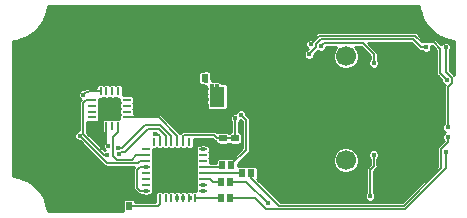
<source format=gbr>
G04 #@! TF.GenerationSoftware,KiCad,Pcbnew,5.0.1-33cea8e~68~ubuntu16.04.1*
G04 #@! TF.CreationDate,2018-10-31T23:40:33-04:00*
G04 #@! TF.ProjectId,motor controller,6D6F746F7220636F6E74726F6C6C6572,rev?*
G04 #@! TF.SameCoordinates,Original*
G04 #@! TF.FileFunction,Copper,L2,Bot,Signal*
G04 #@! TF.FilePolarity,Positive*
%FSLAX46Y46*%
G04 Gerber Fmt 4.6, Leading zero omitted, Abs format (unit mm)*
G04 Created by KiCad (PCBNEW 5.0.1-33cea8e~68~ubuntu16.04.1) date Wed 31 Oct 2018 11:40:33 PM EDT*
%MOMM*%
%LPD*%
G01*
G04 APERTURE LIST*
G04 #@! TA.AperFunction,SMDPad,CuDef*
%ADD10R,0.250000X0.700000*%
G04 #@! TD*
G04 #@! TA.AperFunction,SMDPad,CuDef*
%ADD11R,0.700000X0.250000*%
G04 #@! TD*
G04 #@! TA.AperFunction,SMDPad,CuDef*
%ADD12R,1.700000X1.700000*%
G04 #@! TD*
G04 #@! TA.AperFunction,SMDPad,CuDef*
%ADD13R,3.450000X3.450000*%
G04 #@! TD*
G04 #@! TA.AperFunction,ComponentPad*
%ADD14C,1.700000*%
G04 #@! TD*
G04 #@! TA.AperFunction,SMDPad,CuDef*
%ADD15R,0.650000X0.575000*%
G04 #@! TD*
G04 #@! TA.AperFunction,SMDPad,CuDef*
%ADD16R,1.220000X1.800000*%
G04 #@! TD*
G04 #@! TA.AperFunction,SMDPad,CuDef*
%ADD17R,0.575000X0.650000*%
G04 #@! TD*
G04 #@! TA.AperFunction,ViaPad*
%ADD18C,0.410000*%
G04 #@! TD*
G04 #@! TA.AperFunction,Conductor*
%ADD19C,0.150000*%
G04 #@! TD*
G04 #@! TA.AperFunction,Conductor*
%ADD20C,0.254000*%
G04 #@! TD*
G04 APERTURE END LIST*
D10*
G04 #@! TO.P,IC1,16*
G04 #@! TO.N,N/C*
X9250000Y-7550000D03*
G04 #@! TO.P,IC1,15*
X8750000Y-7550000D03*
G04 #@! TO.P,IC1,14*
X8250000Y-7550000D03*
G04 #@! TO.P,IC1,13*
G04 #@! TO.N,+3V3*
X7750000Y-7550000D03*
D11*
G04 #@! TO.P,IC1,12*
G04 #@! TO.N,SCK*
X7050000Y-8250000D03*
G04 #@! TO.P,IC1,11*
G04 #@! TO.N,N/C*
X7050000Y-8750000D03*
G04 #@! TO.P,IC1,10*
X7050000Y-9250000D03*
G04 #@! TO.P,IC1,9*
X7050000Y-9750000D03*
D10*
G04 #@! TO.P,IC1,8*
G04 #@! TO.N,GND*
X7750000Y-10450000D03*
G04 #@! TO.P,IC1,7*
G04 #@! TO.N,MISO*
X8250000Y-10450000D03*
G04 #@! TO.P,IC1,6*
G04 #@! TO.N,N/C*
X8750000Y-10450000D03*
G04 #@! TO.P,IC1,5*
G04 #@! TO.N,ENC_CS*
X9250000Y-10450000D03*
D11*
G04 #@! TO.P,IC1,4*
G04 #@! TO.N,MOSI*
X9950000Y-9750000D03*
G04 #@! TO.P,IC1,3*
G04 #@! TO.N,N/C*
X9950000Y-9250000D03*
G04 #@! TO.P,IC1,2*
X9950000Y-8750000D03*
G04 #@! TO.P,IC1,1*
X9950000Y-8250000D03*
D12*
G04 #@! TO.P,IC1,17*
G04 #@! TO.N,GND*
X8500000Y-9000000D03*
G04 #@! TD*
D11*
G04 #@! TO.P,U1,1*
G04 #@! TO.N,+3V3*
X11600000Y-15950000D03*
G04 #@! TO.P,U1,2*
G04 #@! TO.N,N/C*
X11600000Y-15450000D03*
G04 #@! TO.P,U1,3*
X11600000Y-14950000D03*
G04 #@! TO.P,U1,4*
X11600000Y-14450000D03*
G04 #@! TO.P,U1,5*
G04 #@! TO.N,+3V3*
X11600000Y-13950000D03*
G04 #@! TO.P,U1,6*
G04 #@! TO.N,signaling*
X11600000Y-13450000D03*
G04 #@! TO.P,U1,7*
G04 #@! TO.N,ENC_CS*
X11600000Y-12950000D03*
G04 #@! TO.P,U1,8*
G04 #@! TO.N,N/C*
X11600000Y-12450000D03*
D10*
G04 #@! TO.P,U1,9*
X12250000Y-11800000D03*
G04 #@! TO.P,U1,10*
G04 #@! TO.N,CS*
X12750000Y-11800000D03*
G04 #@! TO.P,U1,11*
G04 #@! TO.N,SCK*
X13250000Y-11800000D03*
G04 #@! TO.P,U1,12*
G04 #@! TO.N,MISO*
X13750000Y-11800000D03*
G04 #@! TO.P,U1,13*
G04 #@! TO.N,MOSI*
X14250000Y-11800000D03*
G04 #@! TO.P,U1,14*
G04 #@! TO.N,FB*
X14750000Y-11800000D03*
G04 #@! TO.P,U1,15*
G04 #@! TO.N,N/C*
X15250000Y-11800000D03*
G04 #@! TO.P,U1,16*
G04 #@! TO.N,GND*
X15750000Y-11800000D03*
D11*
G04 #@! TO.P,U1,17*
G04 #@! TO.N,+3V3*
X16400000Y-12450000D03*
G04 #@! TO.P,U1,18*
G04 #@! TO.N,N/C*
X16400000Y-12950000D03*
G04 #@! TO.P,U1,19*
X16400000Y-13450000D03*
G04 #@! TO.P,U1,20*
G04 #@! TO.N,D2*
X16400000Y-13950000D03*
G04 #@! TO.P,U1,21*
G04 #@! TO.N,IN1*
X16400000Y-14450000D03*
G04 #@! TO.P,U1,22*
G04 #@! TO.N,D1*
X16400000Y-14950000D03*
G04 #@! TO.P,U1,23*
G04 #@! TO.N,SWDIO*
X16400000Y-15450000D03*
G04 #@! TO.P,U1,24*
G04 #@! TO.N,SWCLK*
X16400000Y-15950000D03*
D10*
G04 #@! TO.P,U1,25*
G04 #@! TO.N,IN2*
X15750000Y-16600000D03*
G04 #@! TO.P,U1,26*
G04 #@! TO.N,CommsSCK*
X15250000Y-16600000D03*
G04 #@! TO.P,U1,27*
G04 #@! TO.N,CommsMISO*
X14750000Y-16600000D03*
G04 #@! TO.P,U1,28*
G04 #@! TO.N,CommsMOSI*
X14250000Y-16600000D03*
G04 #@! TO.P,U1,29*
G04 #@! TO.N,N/C*
X13750000Y-16600000D03*
G04 #@! TO.P,U1,30*
X13250000Y-16600000D03*
G04 #@! TO.P,U1,31*
G04 #@! TO.N,Net-(R1-Pad1)*
X12750000Y-16600000D03*
G04 #@! TO.P,U1,32*
G04 #@! TO.N,GND*
X12250000Y-16600000D03*
D13*
G04 #@! TO.P,U1,33*
X14000000Y-14200000D03*
G04 #@! TD*
D14*
G04 #@! TO.P,M1,1*
G04 #@! TO.N,OUT2*
X28500000Y-13370000D03*
G04 #@! TO.P,M1,2*
G04 #@! TO.N,OUT1*
X28500000Y-4570000D03*
G04 #@! TD*
D15*
G04 #@! TO.P,C5,2*
G04 #@! TO.N,GND*
X18120000Y-12275000D03*
G04 #@! TO.P,C5,1*
G04 #@! TO.N,FB*
X18120000Y-11500000D03*
G04 #@! TD*
D16*
G04 #@! TO.P,C7,2*
G04 #@! TO.N,GND*
X14770000Y-8000000D03*
G04 #@! TO.P,C7,1*
G04 #@! TO.N,+BATT*
X17630000Y-8000000D03*
G04 #@! TD*
D17*
G04 #@! TO.P,R1,2*
G04 #@! TO.N,GND*
X9385000Y-17230000D03*
G04 #@! TO.P,R1,1*
G04 #@! TO.N,Net-(R1-Pad1)*
X10160000Y-17230000D03*
G04 #@! TD*
D15*
G04 #@! TO.P,R4,1*
G04 #@! TO.N,FB*
X19150000Y-11502500D03*
G04 #@! TO.P,R4,2*
G04 #@! TO.N,GND*
X19150000Y-12277500D03*
G04 #@! TD*
D17*
G04 #@! TO.P,R5,1*
G04 #@! TO.N,Net-(IC2-Pad1)*
X18680000Y-16600000D03*
G04 #@! TO.P,R5,2*
G04 #@! TO.N,IN2*
X17905000Y-16600000D03*
G04 #@! TD*
G04 #@! TO.P,R6,2*
G04 #@! TO.N,IN1*
X19752500Y-14430000D03*
G04 #@! TO.P,R6,1*
G04 #@! TO.N,Net-(IC2-Pad2)*
X20527500Y-14430000D03*
G04 #@! TD*
G04 #@! TO.P,R8,2*
G04 #@! TO.N,Net-(IC2-Pad26)*
X18747500Y-15220000D03*
G04 #@! TO.P,R8,1*
G04 #@! TO.N,D1*
X17972500Y-15220000D03*
G04 #@! TD*
G04 #@! TO.P,R9,1*
G04 #@! TO.N,Net-(IC2-Pad16)*
X18830000Y-13770000D03*
G04 #@! TO.P,R9,2*
G04 #@! TO.N,D2*
X18055000Y-13770000D03*
G04 #@! TD*
G04 #@! TO.P,C4,1*
G04 #@! TO.N,+BATT*
X16587500Y-6400000D03*
G04 #@! TO.P,C4,2*
G04 #@! TO.N,GND*
X15812500Y-6400000D03*
G04 #@! TD*
D18*
G04 #@! TO.N,GND*
X29510000Y-10950000D03*
X29430000Y-6940000D03*
X26200000Y-11700000D03*
X26700000Y-11700000D03*
X27200000Y-11700000D03*
X27700000Y-11700000D03*
X28200000Y-11700000D03*
X28700000Y-11700000D03*
X28700000Y-11200000D03*
X28200000Y-11200000D03*
X27700000Y-11200000D03*
X27200000Y-11200000D03*
X26700000Y-11200000D03*
X26200000Y-10700000D03*
X26700000Y-10700000D03*
X27200000Y-10700000D03*
X27700000Y-10700000D03*
X28200000Y-10700000D03*
X28700000Y-10700000D03*
X28700000Y-10200000D03*
X28200000Y-10200000D03*
X27700000Y-10200000D03*
X27200000Y-10200000D03*
X26700000Y-10200000D03*
X26200000Y-10200000D03*
X26200000Y-9700000D03*
X26700000Y-9700000D03*
X27200000Y-9700000D03*
X27700000Y-9700000D03*
X28200000Y-9700000D03*
X28700000Y-9700000D03*
X28200000Y-9200000D03*
X27700000Y-9200000D03*
X27200000Y-9200000D03*
X26700000Y-9200000D03*
X26200000Y-9200000D03*
X26200000Y-8700000D03*
X26700000Y-8700000D03*
X27200000Y-8700000D03*
X27700000Y-8700000D03*
X28200000Y-8700000D03*
X28700000Y-8200000D03*
X28200000Y-8200000D03*
X27700000Y-8200000D03*
X27200000Y-8200000D03*
X26700000Y-8200000D03*
X26200000Y-8200000D03*
X28700000Y-7700000D03*
X28200000Y-7700000D03*
X27700000Y-7700000D03*
X27200000Y-7700000D03*
X26700000Y-7700000D03*
X26200000Y-7700000D03*
X26200000Y-7200000D03*
X26700000Y-7200000D03*
X27200000Y-7200000D03*
X27700000Y-7200000D03*
X28200000Y-7200000D03*
X28700000Y-7200000D03*
X28700000Y-6700000D03*
X28200000Y-6700000D03*
X27700000Y-6700000D03*
X27200000Y-6700000D03*
X26700000Y-6700000D03*
X26200000Y-6700000D03*
X30800000Y-11700000D03*
X31300000Y-11700000D03*
X31800000Y-11700000D03*
X32300000Y-11700000D03*
X32800000Y-11700000D03*
X33300000Y-11700000D03*
X33800000Y-11700000D03*
X30300000Y-11200000D03*
X30300000Y-10700000D03*
X30300000Y-10200000D03*
X30300000Y-9700000D03*
X30300000Y-9200000D03*
X30300000Y-8700000D03*
X30300000Y-8200000D03*
X30300000Y-7700000D03*
X30300000Y-7200000D03*
X30300000Y-6700000D03*
X33800000Y-6200000D03*
X33300000Y-6200000D03*
X32800000Y-6200000D03*
X32300000Y-6200000D03*
X31800000Y-6200000D03*
X31300000Y-6200000D03*
X30800000Y-6200000D03*
X28700000Y-6200000D03*
X28200000Y-6200000D03*
X27700000Y-6200000D03*
X27200000Y-6200000D03*
X26700000Y-6200000D03*
X26200000Y-6200000D03*
X1400000Y-9800000D03*
X21400000Y-7400000D03*
X15150000Y-8950000D03*
X15150000Y-10250000D03*
X15150000Y-9800000D03*
X15650000Y-9400000D03*
X15650000Y-9400000D03*
X15150000Y-9350000D03*
X15600000Y-8950000D03*
X15150000Y-8450000D03*
X15150000Y-8000000D03*
X15150000Y-7550000D03*
X14700000Y-6200000D03*
X15150000Y-6200000D03*
X15600000Y-6200000D03*
X15600000Y-6650000D03*
X15150000Y-6650000D03*
X14700000Y-6650000D03*
X14700000Y-7100000D03*
X15150000Y-7100000D03*
X15600000Y-7100000D03*
X15600000Y-7550000D03*
X14650000Y-7550000D03*
X14650000Y-8000000D03*
X15600000Y-8000000D03*
X15600000Y-8450000D03*
X14700000Y-8450000D03*
X14650000Y-8900000D03*
X14650000Y-9350000D03*
X15650000Y-9400000D03*
X14650000Y-9800000D03*
X15600000Y-9850000D03*
X14700000Y-10250000D03*
X15600000Y-10300000D03*
X15600000Y-10750000D03*
X14700000Y-10750000D03*
X21600000Y-15100000D03*
X33800000Y-6700000D03*
X33300000Y-6700000D03*
X32800000Y-6700000D03*
X32300000Y-6700000D03*
X31800000Y-6700000D03*
X31300000Y-6700000D03*
X30800000Y-6700000D03*
X30800000Y-7200000D03*
X31300000Y-7200000D03*
X31800000Y-7200000D03*
X32300000Y-7200000D03*
X32800000Y-7200000D03*
X33300000Y-7200000D03*
X33800000Y-7200000D03*
X33800000Y-7700000D03*
X33300000Y-7700000D03*
X32800000Y-7700000D03*
X32300000Y-7700000D03*
X31800000Y-7700000D03*
X31300000Y-7700000D03*
X30800000Y-7700000D03*
X30800000Y-8200000D03*
X31300000Y-8200000D03*
X31800000Y-8200000D03*
X32300000Y-8200000D03*
X32800000Y-8200000D03*
X33300000Y-8200000D03*
X33800000Y-8200000D03*
X33800000Y-8700000D03*
X33300000Y-8700000D03*
X32800000Y-8700000D03*
X32300000Y-8700000D03*
X31800000Y-8700000D03*
X31300000Y-8700000D03*
X30800000Y-8700000D03*
X30800000Y-9200000D03*
X31300000Y-9200000D03*
X31800000Y-9200000D03*
X32300000Y-9200000D03*
X32800000Y-9200000D03*
X33300000Y-9200000D03*
X33800000Y-9200000D03*
X33800000Y-9700000D03*
X33300000Y-9700000D03*
X32800000Y-9700000D03*
X32300000Y-9700000D03*
X31800000Y-9700000D03*
X31300000Y-9700000D03*
X30800000Y-9700000D03*
X30800000Y-10200000D03*
X31300000Y-10200000D03*
X31800000Y-10200000D03*
X32300000Y-10200000D03*
X32800000Y-10200000D03*
X33300000Y-10200000D03*
X33800000Y-10200000D03*
X33800000Y-10700000D03*
X33300000Y-10700000D03*
X32800000Y-10700000D03*
X32300000Y-10700000D03*
X31800000Y-10700000D03*
X31300000Y-10700000D03*
X30800000Y-10700000D03*
X30800000Y-11200000D03*
X31300000Y-11200000D03*
X31800000Y-11200000D03*
X32300000Y-11200000D03*
X32800000Y-11200000D03*
X33300000Y-11200000D03*
X33800000Y-11200000D03*
X26200000Y-11200000D03*
X24130000Y-16002000D03*
X29130000Y-6490000D03*
X29700000Y-6480000D03*
X29120000Y-7500000D03*
X29780000Y-7510000D03*
X29410000Y-7930000D03*
X29140000Y-8400000D03*
X29800000Y-8370000D03*
X29170000Y-9650000D03*
X29790000Y-9650000D03*
X29470000Y-10090000D03*
X29150000Y-10520000D03*
X29800000Y-10510000D03*
X29140000Y-11400000D03*
X29760000Y-11440000D03*
X15750000Y-11800000D03*
X7880000Y-12300000D03*
X7230000Y-13250000D03*
X23622000Y-16002990D03*
X35300000Y-2992990D03*
G04 #@! TO.N,+3V3*
X16400000Y-12450000D03*
X16400000Y-12450000D03*
X11600000Y-15950000D03*
X11600000Y-13950000D03*
X6300000Y-7830000D03*
X35300000Y-3827010D03*
X25400000Y-4420000D03*
G04 #@! TO.N,+BATT*
X17150000Y-8450000D03*
X17150000Y-7950000D03*
X17150000Y-7550000D03*
X16650000Y-6200000D03*
X16700000Y-6650000D03*
X17150000Y-7100000D03*
X17600000Y-7100000D03*
X17600000Y-7550000D03*
X17600000Y-8000000D03*
X17600000Y-8450000D03*
G04 #@! TO.N,FB*
X19150000Y-9840000D03*
X37072990Y-6583267D03*
X25540000Y-3550000D03*
G04 #@! TO.N,CS*
X12317998Y-11117998D03*
G04 #@! TO.N,MISO*
X8403000Y-12160305D03*
X9260000Y-12320000D03*
G04 #@! TO.N,Net-(IC2-Pad1)*
X36977010Y-12650000D03*
G04 #@! TO.N,Net-(IC2-Pad2)*
X37140000Y-11400000D03*
G04 #@! TO.N,Net-(IC2-Pad3)*
X36975000Y-3800000D03*
X37140000Y-10600000D03*
G04 #@! TO.N,Net-(IC2-Pad16)*
X19632200Y-9532200D03*
X26420000Y-3710000D03*
X30890000Y-5150000D03*
G04 #@! TO.N,Net-(IC2-Pad26)*
X30860000Y-12920000D03*
X21910000Y-17010000D03*
X30560000Y-16430000D03*
G04 #@! TO.N,SCK*
X8320000Y-12950000D03*
X9290000Y-12880000D03*
G04 #@! TO.N,SWDIO*
X16400000Y-15450000D03*
G04 #@! TO.N,SWCLK*
X16400000Y-15987013D03*
G04 #@! TO.N,signaling*
X5980000Y-11300000D03*
G04 #@! TO.N,CommsSCK*
X15287003Y-16600000D03*
G04 #@! TO.N,CommsMOSI*
X14212997Y-16600000D03*
G04 #@! TO.N,CommsMISO*
X14750000Y-16600000D03*
G04 #@! TD*
D19*
G04 #@! TO.N,+3V3*
X11100000Y-13950000D02*
X10860000Y-14190000D01*
X11600000Y-13950000D02*
X11100000Y-13950000D01*
X10860000Y-15710000D02*
X11100000Y-15950000D01*
X11100000Y-15950000D02*
X11600000Y-15950000D01*
X10860000Y-14190000D02*
X10860000Y-15710000D01*
X7750000Y-7550000D02*
X6790000Y-7550000D01*
X30792364Y-3140000D02*
X30792364Y-3140000D01*
X6504999Y-7625001D02*
X6714999Y-7625001D01*
X6714999Y-7625001D02*
X6790000Y-7550000D01*
X6300000Y-7830000D02*
X6504999Y-7625001D01*
X26390087Y-3140000D02*
X25997001Y-3533086D01*
X35300000Y-3827010D02*
X34877010Y-3827010D01*
X25604999Y-4215001D02*
X25400000Y-4420000D01*
X34190000Y-3140000D02*
X26390087Y-3140000D01*
X25997001Y-3822999D02*
X25604999Y-4215001D01*
X34877010Y-3827010D02*
X34190000Y-3140000D01*
X25997001Y-3533086D02*
X25997001Y-3822999D01*
G04 #@! TO.N,FB*
X17645000Y-11500000D02*
X18120000Y-11500000D01*
X14750000Y-11800000D02*
X14750000Y-11300000D01*
X14750000Y-11300000D02*
X14802001Y-11247999D01*
X17392999Y-11247999D02*
X17645000Y-11500000D01*
X14802001Y-11247999D02*
X17392999Y-11247999D01*
X19147500Y-11500000D02*
X19150000Y-11502500D01*
X18120000Y-11500000D02*
X19147500Y-11500000D01*
X19150000Y-11502500D02*
X19150000Y-9840000D01*
X35950000Y-3400000D02*
X34950000Y-3400000D01*
X36490000Y-3940000D02*
X35950000Y-3400000D01*
X25744999Y-3345001D02*
X25540000Y-3550000D01*
X34405001Y-2855001D02*
X26234999Y-2855001D01*
X26234999Y-2855001D02*
X25744999Y-3345001D01*
X34950000Y-3400000D02*
X34405001Y-2855001D01*
X36490000Y-6000277D02*
X36490000Y-3940000D01*
X37072990Y-6583267D02*
X36490000Y-6000277D01*
G04 #@! TO.N,MOSI*
X10450000Y-9750000D02*
X9950000Y-9750000D01*
X12700000Y-9750000D02*
X10450000Y-9750000D01*
X14250000Y-11300000D02*
X12700000Y-9750000D01*
X14250000Y-11800000D02*
X14250000Y-11300000D01*
G04 #@! TO.N,CS*
X12750000Y-11300000D02*
X12567998Y-11117998D01*
X12567998Y-11117998D02*
X12317998Y-11117998D01*
X12750000Y-11800000D02*
X12750000Y-11300000D01*
G04 #@! TO.N,MISO*
X8250000Y-12007305D02*
X8403000Y-12160305D01*
X8250000Y-10450000D02*
X8250000Y-12007305D01*
X9549913Y-12320000D02*
X9260000Y-12320000D01*
X12820000Y-10370000D02*
X11499913Y-10370000D01*
X13750000Y-11300000D02*
X12820000Y-10370000D01*
X13750000Y-11800000D02*
X13750000Y-11300000D01*
X11499913Y-10370000D02*
X9549913Y-12320000D01*
G04 #@! TO.N,Net-(IC2-Pad1)*
X18680000Y-16600000D02*
X20848248Y-16600000D01*
X36977010Y-12939913D02*
X36977010Y-12650000D01*
X36977010Y-14054742D02*
X36977010Y-12939913D01*
X21765259Y-17517011D02*
X33514741Y-17517011D01*
X33514741Y-17517011D02*
X36977010Y-14054742D01*
X20848248Y-16600000D02*
X21765259Y-17517011D01*
G04 #@! TO.N,Net-(IC2-Pad2)*
X37140000Y-11850000D02*
X36570000Y-12420000D01*
X22862500Y-17240000D02*
X20527500Y-14905000D01*
X20527500Y-14905000D02*
X20527500Y-14430000D01*
X36570000Y-12420000D02*
X36570000Y-14070000D01*
X37140000Y-11400000D02*
X37140000Y-11850000D01*
X33400000Y-17240000D02*
X22862500Y-17240000D01*
X36570000Y-14070000D02*
X33400000Y-17240000D01*
G04 #@! TO.N,Net-(IC2-Pad3)*
X36975000Y-3800000D02*
X36975000Y-4275000D01*
X37140000Y-10600000D02*
X37140000Y-7200000D01*
X37140000Y-7200000D02*
X37480000Y-6860000D01*
X37480000Y-6860000D02*
X37480000Y-6390000D01*
X36975000Y-5885000D02*
X36975000Y-4385000D01*
X37480000Y-6390000D02*
X36975000Y-5885000D01*
X36975000Y-4385000D02*
X36975000Y-3800000D01*
G04 #@! TO.N,Net-(IC2-Pad16)*
X18830000Y-13732500D02*
X20067199Y-12495301D01*
X20067199Y-9967199D02*
X19837199Y-9737199D01*
X20067199Y-12495301D02*
X20067199Y-9967199D01*
X18830000Y-13770000D02*
X18830000Y-13732500D01*
X19837199Y-9737199D02*
X19632200Y-9532200D01*
X26420000Y-3710000D02*
X26650000Y-3480000D01*
X26650000Y-3480000D02*
X29960000Y-3480000D01*
X30890000Y-4410000D02*
X30890000Y-5150000D01*
X29960000Y-3480000D02*
X30890000Y-4410000D01*
G04 #@! TO.N,Net-(IC2-Pad26)*
X20100000Y-15200000D02*
X21910000Y-17010000D01*
X18727500Y-15200000D02*
X20100000Y-15200000D01*
X30560000Y-16430000D02*
X30560000Y-14170000D01*
X30560000Y-14170000D02*
X30870000Y-13860000D01*
X30860000Y-13850000D02*
X30860000Y-12920000D01*
X30870000Y-13860000D02*
X30860000Y-13850000D01*
G04 #@! TO.N,Net-(R1-Pad1)*
X12750000Y-17100000D02*
X12750000Y-16600000D01*
X12620000Y-17230000D02*
X12750000Y-17100000D01*
X10160000Y-17230000D02*
X12620000Y-17230000D01*
G04 #@! TO.N,D1*
X16400000Y-14950000D02*
X16990000Y-14950000D01*
X17240000Y-15200000D02*
X17952500Y-15200000D01*
X16990000Y-14950000D02*
X17240000Y-15200000D01*
G04 #@! TO.N,D2*
X17792500Y-13950000D02*
X17982500Y-13760000D01*
X16400000Y-13950000D02*
X17792500Y-13950000D01*
G04 #@! TO.N,SCK*
X13250000Y-11300000D02*
X12660000Y-10710000D01*
X13250000Y-11800000D02*
X13250000Y-11300000D01*
X12660000Y-10710000D02*
X11750000Y-10710000D01*
X6550000Y-8250000D02*
X6270000Y-8530000D01*
X7050000Y-8250000D02*
X6550000Y-8250000D01*
X6270000Y-8530000D02*
X6270000Y-11180000D01*
X8040000Y-12950000D02*
X8320000Y-12950000D01*
X6270000Y-11180000D02*
X8040000Y-12950000D01*
X9784999Y-12675001D02*
X11750000Y-10710000D01*
X9494999Y-12675001D02*
X9784999Y-12675001D01*
X9290000Y-12880000D02*
X9494999Y-12675001D01*
G04 #@! TO.N,ENC_CS*
X11600000Y-12950000D02*
X11100000Y-12950000D01*
X10740000Y-12950000D02*
X11600000Y-12950000D01*
X10370000Y-13320000D02*
X10740000Y-12950000D01*
X9110000Y-13320000D02*
X10370000Y-13320000D01*
X9250000Y-10450000D02*
X9250000Y-10950000D01*
X8810000Y-11390000D02*
X8810000Y-13020000D01*
X9250000Y-10950000D02*
X8810000Y-11390000D01*
X8810000Y-13020000D02*
X9110000Y-13320000D01*
G04 #@! TO.N,signaling*
X11100000Y-13450000D02*
X10920000Y-13630000D01*
X11600000Y-13450000D02*
X11100000Y-13450000D01*
X10920000Y-13630000D02*
X8310000Y-13630000D01*
X8310000Y-13630000D02*
X5980000Y-11300000D01*
G04 #@! TO.N,IN2*
X15750000Y-16600000D02*
X17905000Y-16600000D01*
G04 #@! TO.N,IN1*
X19732500Y-14450000D02*
X19752500Y-14430000D01*
X16400000Y-14450000D02*
X19732500Y-14450000D01*
G04 #@! TO.N,CommsSCK*
X15250000Y-16600000D02*
X15287003Y-16600000D01*
G04 #@! TD*
D20*
G04 #@! TO.N,GND*
G36*
X34745015Y-558243D02*
X34747530Y-570335D01*
X34748198Y-582669D01*
X34756848Y-619258D01*
X34958255Y-1284251D01*
X34964812Y-1299332D01*
X34969458Y-1315117D01*
X34986293Y-1348735D01*
X35335279Y-1949559D01*
X35345133Y-1962731D01*
X35353283Y-1977020D01*
X35377400Y-2005863D01*
X35855245Y-2510287D01*
X35867864Y-2520838D01*
X35879084Y-2532870D01*
X35909189Y-2555391D01*
X36490261Y-2936360D01*
X36504975Y-2943728D01*
X36518656Y-2952852D01*
X36553135Y-2967844D01*
X37206263Y-3204918D01*
X37222266Y-3208701D01*
X37237690Y-3214437D01*
X37274693Y-3221094D01*
X37696400Y-3270260D01*
X37696400Y-6138910D01*
X37689731Y-6134454D01*
X37304000Y-5748724D01*
X37304000Y-4120123D01*
X37364121Y-4060002D01*
X37434000Y-3891301D01*
X37434000Y-3708699D01*
X37364121Y-3539998D01*
X37235002Y-3410879D01*
X37066301Y-3341000D01*
X36883699Y-3341000D01*
X36714998Y-3410879D01*
X36585879Y-3539998D01*
X36576915Y-3561639D01*
X36205548Y-3190272D01*
X36187195Y-3162805D01*
X36153066Y-3140000D01*
X36142461Y-3132915D01*
X36078369Y-3090089D01*
X35982401Y-3071000D01*
X35982396Y-3071000D01*
X35950000Y-3064556D01*
X35917604Y-3071000D01*
X35086277Y-3071000D01*
X34660549Y-2645273D01*
X34642196Y-2617806D01*
X34533370Y-2545090D01*
X34437402Y-2526001D01*
X34437397Y-2526001D01*
X34405001Y-2519557D01*
X34372605Y-2526001D01*
X26267397Y-2526001D01*
X26234999Y-2519557D01*
X26202601Y-2526001D01*
X26202598Y-2526001D01*
X26130194Y-2540403D01*
X26106629Y-2545090D01*
X26025272Y-2599452D01*
X25997804Y-2617806D01*
X25979451Y-2645273D01*
X25533724Y-3091000D01*
X25448699Y-3091000D01*
X25279998Y-3160879D01*
X25150879Y-3289998D01*
X25081000Y-3458699D01*
X25081000Y-3641301D01*
X25150879Y-3810002D01*
X25279998Y-3939121D01*
X25332818Y-3961000D01*
X25308699Y-3961000D01*
X25139998Y-4030879D01*
X25010879Y-4159998D01*
X24941000Y-4328699D01*
X24941000Y-4511301D01*
X25010879Y-4680002D01*
X25139998Y-4809121D01*
X25308699Y-4879000D01*
X25491301Y-4879000D01*
X25660002Y-4809121D01*
X25789121Y-4680002D01*
X25859000Y-4511301D01*
X25859000Y-4426276D01*
X26178494Y-4106782D01*
X26328699Y-4169000D01*
X26511301Y-4169000D01*
X26680002Y-4099121D01*
X26809121Y-3970002D01*
X26875811Y-3809000D01*
X27699708Y-3809000D01*
X27564074Y-3944634D01*
X27396000Y-4350401D01*
X27396000Y-4789599D01*
X27564074Y-5195366D01*
X27874634Y-5505926D01*
X28280401Y-5674000D01*
X28719599Y-5674000D01*
X29125366Y-5505926D01*
X29435926Y-5195366D01*
X29604000Y-4789599D01*
X29604000Y-4350401D01*
X29435926Y-3944634D01*
X29300292Y-3809000D01*
X29823724Y-3809000D01*
X30561000Y-4546276D01*
X30561001Y-4829876D01*
X30500879Y-4889998D01*
X30431000Y-5058699D01*
X30431000Y-5241301D01*
X30500879Y-5410002D01*
X30629998Y-5539121D01*
X30798699Y-5609000D01*
X30981301Y-5609000D01*
X31150002Y-5539121D01*
X31279121Y-5410002D01*
X31349000Y-5241301D01*
X31349000Y-5058699D01*
X31279121Y-4889998D01*
X31219000Y-4829877D01*
X31219000Y-4442398D01*
X31225444Y-4410000D01*
X31219000Y-4377600D01*
X31219000Y-4377599D01*
X31199911Y-4281631D01*
X31199911Y-4281630D01*
X31145549Y-4200273D01*
X31145548Y-4200272D01*
X31127195Y-4172805D01*
X31099728Y-4154452D01*
X30414276Y-3469000D01*
X34053724Y-3469000D01*
X34621464Y-4036741D01*
X34639815Y-4064205D01*
X34667279Y-4082556D01*
X34667282Y-4082559D01*
X34727373Y-4122710D01*
X34748641Y-4136921D01*
X34844609Y-4156010D01*
X34844613Y-4156010D01*
X34877010Y-4162454D01*
X34909406Y-4156010D01*
X34979877Y-4156010D01*
X35039998Y-4216131D01*
X35208699Y-4286010D01*
X35391301Y-4286010D01*
X35560002Y-4216131D01*
X35689121Y-4087012D01*
X35759000Y-3918311D01*
X35759000Y-3735709D01*
X35756221Y-3729000D01*
X35813724Y-3729000D01*
X36161001Y-4076277D01*
X36161000Y-5967880D01*
X36154556Y-6000277D01*
X36161000Y-6032673D01*
X36161000Y-6032677D01*
X36180089Y-6128645D01*
X36180090Y-6128646D01*
X36224367Y-6194911D01*
X36252805Y-6237472D01*
X36280272Y-6255825D01*
X36613990Y-6589543D01*
X36613990Y-6674568D01*
X36683869Y-6843269D01*
X36812988Y-6972388D01*
X36878320Y-6999450D01*
X36830090Y-7071631D01*
X36804556Y-7200000D01*
X36811001Y-7232401D01*
X36811000Y-10279877D01*
X36750879Y-10339998D01*
X36681000Y-10508699D01*
X36681000Y-10691301D01*
X36750879Y-10860002D01*
X36879998Y-10989121D01*
X36906262Y-11000000D01*
X36879998Y-11010879D01*
X36750879Y-11139998D01*
X36681000Y-11308699D01*
X36681000Y-11491301D01*
X36750879Y-11660002D01*
X36807801Y-11716924D01*
X36360272Y-12164452D01*
X36332805Y-12182805D01*
X36314452Y-12210272D01*
X36314451Y-12210273D01*
X36294754Y-12239752D01*
X36260089Y-12291632D01*
X36241000Y-12387600D01*
X36241000Y-12387604D01*
X36234556Y-12420000D01*
X36241000Y-12452397D01*
X36241001Y-13933722D01*
X33263724Y-16911000D01*
X22998776Y-16911000D01*
X22426475Y-16338699D01*
X30101000Y-16338699D01*
X30101000Y-16521301D01*
X30170879Y-16690002D01*
X30299998Y-16819121D01*
X30468699Y-16889000D01*
X30651301Y-16889000D01*
X30820002Y-16819121D01*
X30949121Y-16690002D01*
X31019000Y-16521301D01*
X31019000Y-16338699D01*
X30949121Y-16169998D01*
X30889000Y-16109877D01*
X30889000Y-14306276D01*
X31079729Y-14115547D01*
X31107195Y-14097195D01*
X31128023Y-14066024D01*
X31179910Y-13988370D01*
X31205444Y-13860001D01*
X31200268Y-13833976D01*
X31189000Y-13777329D01*
X31189000Y-13240123D01*
X31249121Y-13180002D01*
X31319000Y-13011301D01*
X31319000Y-12828699D01*
X31249121Y-12659998D01*
X31120002Y-12530879D01*
X30951301Y-12461000D01*
X30768699Y-12461000D01*
X30599998Y-12530879D01*
X30470879Y-12659998D01*
X30401000Y-12828699D01*
X30401000Y-13011301D01*
X30470879Y-13180002D01*
X30531001Y-13240124D01*
X30531000Y-13733724D01*
X30350270Y-13914454D01*
X30322806Y-13932805D01*
X30304455Y-13960269D01*
X30304451Y-13960273D01*
X30250090Y-14041631D01*
X30224556Y-14170000D01*
X30231001Y-14202401D01*
X30231000Y-16109877D01*
X30170879Y-16169998D01*
X30101000Y-16338699D01*
X22426475Y-16338699D01*
X21009250Y-14921474D01*
X21054263Y-14854106D01*
X21073976Y-14755000D01*
X21073976Y-14105000D01*
X21054263Y-14005894D01*
X20998124Y-13921876D01*
X20914106Y-13865737D01*
X20815000Y-13846024D01*
X20240000Y-13846024D01*
X20140894Y-13865737D01*
X20140000Y-13866334D01*
X20139106Y-13865737D01*
X20040000Y-13846024D01*
X19465000Y-13846024D01*
X19376476Y-13863632D01*
X19376476Y-13651300D01*
X19877375Y-13150401D01*
X27396000Y-13150401D01*
X27396000Y-13589599D01*
X27564074Y-13995366D01*
X27874634Y-14305926D01*
X28280401Y-14474000D01*
X28719599Y-14474000D01*
X29125366Y-14305926D01*
X29435926Y-13995366D01*
X29604000Y-13589599D01*
X29604000Y-13150401D01*
X29435926Y-12744634D01*
X29125366Y-12434074D01*
X28719599Y-12266000D01*
X28280401Y-12266000D01*
X27874634Y-12434074D01*
X27564074Y-12744634D01*
X27396000Y-13150401D01*
X19877375Y-13150401D01*
X20276927Y-12750849D01*
X20304394Y-12732496D01*
X20322748Y-12705028D01*
X20377110Y-12623671D01*
X20388576Y-12566024D01*
X20396199Y-12527702D01*
X20396199Y-12527699D01*
X20402643Y-12495301D01*
X20396199Y-12462903D01*
X20396199Y-9999595D01*
X20402643Y-9967198D01*
X20396199Y-9934802D01*
X20396199Y-9934798D01*
X20377110Y-9838830D01*
X20345954Y-9792202D01*
X20322748Y-9757471D01*
X20322745Y-9757468D01*
X20304394Y-9730004D01*
X20276929Y-9711652D01*
X20091200Y-9525924D01*
X20091200Y-9440899D01*
X20021321Y-9272198D01*
X19892202Y-9143079D01*
X19723501Y-9073200D01*
X19540899Y-9073200D01*
X19372198Y-9143079D01*
X19243079Y-9272198D01*
X19198011Y-9381000D01*
X19058699Y-9381000D01*
X18889998Y-9450879D01*
X18760879Y-9579998D01*
X18691000Y-9748699D01*
X18691000Y-9931301D01*
X18760879Y-10100002D01*
X18821001Y-10160124D01*
X18821000Y-10956820D01*
X18725894Y-10975737D01*
X18641876Y-11031876D01*
X18635835Y-11040917D01*
X18628124Y-11029376D01*
X18544106Y-10973237D01*
X18445000Y-10953524D01*
X17795000Y-10953524D01*
X17695894Y-10973237D01*
X17633119Y-11015182D01*
X17630194Y-11010804D01*
X17597744Y-10989121D01*
X17577713Y-10975737D01*
X17521368Y-10938088D01*
X17425400Y-10918999D01*
X17425395Y-10918999D01*
X17392999Y-10912555D01*
X17360603Y-10918999D01*
X14834399Y-10918999D01*
X14802001Y-10912555D01*
X14769603Y-10918999D01*
X14769600Y-10918999D01*
X14673632Y-10938088D01*
X14564806Y-11010804D01*
X14546452Y-11038273D01*
X14540272Y-11044453D01*
X14512806Y-11062805D01*
X14500001Y-11081970D01*
X14487195Y-11062805D01*
X14459731Y-11044454D01*
X12955548Y-9540272D01*
X12937195Y-9512805D01*
X12828369Y-9440089D01*
X12732401Y-9421000D01*
X12732396Y-9421000D01*
X12700000Y-9414556D01*
X12667604Y-9421000D01*
X10549826Y-9421000D01*
X10558976Y-9375000D01*
X10558976Y-9125000D01*
X10539263Y-9025894D01*
X10521961Y-9000000D01*
X10539263Y-8974106D01*
X10558976Y-8875000D01*
X10558976Y-8625000D01*
X10539263Y-8525894D01*
X10521961Y-8500000D01*
X10539263Y-8474106D01*
X10558976Y-8375000D01*
X10558976Y-8125000D01*
X10539263Y-8025894D01*
X10483124Y-7941876D01*
X10399106Y-7885737D01*
X10300000Y-7866024D01*
X9633976Y-7866024D01*
X9633976Y-7200000D01*
X9614263Y-7100894D01*
X9558124Y-7016876D01*
X9474106Y-6960737D01*
X9375000Y-6941024D01*
X9125000Y-6941024D01*
X9025894Y-6960737D01*
X9000000Y-6978039D01*
X8974106Y-6960737D01*
X8875000Y-6941024D01*
X8625000Y-6941024D01*
X8525894Y-6960737D01*
X8500000Y-6978039D01*
X8474106Y-6960737D01*
X8375000Y-6941024D01*
X8125000Y-6941024D01*
X8025894Y-6960737D01*
X8000000Y-6978039D01*
X7974106Y-6960737D01*
X7875000Y-6941024D01*
X7625000Y-6941024D01*
X7525894Y-6960737D01*
X7441876Y-7016876D01*
X7385737Y-7100894D01*
X7366024Y-7200000D01*
X7366024Y-7221000D01*
X6822396Y-7221000D01*
X6789999Y-7214556D01*
X6757603Y-7221000D01*
X6757599Y-7221000D01*
X6661631Y-7240089D01*
X6577954Y-7296001D01*
X6537395Y-7296001D01*
X6504998Y-7289557D01*
X6472602Y-7296001D01*
X6472598Y-7296001D01*
X6376630Y-7315090D01*
X6292956Y-7371000D01*
X6208699Y-7371000D01*
X6039998Y-7440879D01*
X5910879Y-7569998D01*
X5841000Y-7738699D01*
X5841000Y-7921301D01*
X5910879Y-8090002D01*
X6039998Y-8219121D01*
X6093458Y-8241265D01*
X6060272Y-8274452D01*
X6032805Y-8292805D01*
X6014452Y-8320272D01*
X6014451Y-8320273D01*
X5988776Y-8358699D01*
X5960089Y-8401632D01*
X5941000Y-8497600D01*
X5941000Y-8497604D01*
X5934556Y-8530000D01*
X5941000Y-8562397D01*
X5941001Y-10841000D01*
X5888699Y-10841000D01*
X5719998Y-10910879D01*
X5590879Y-11039998D01*
X5521000Y-11208699D01*
X5521000Y-11391301D01*
X5590879Y-11560002D01*
X5719998Y-11689121D01*
X5888699Y-11759000D01*
X5973724Y-11759000D01*
X8054452Y-13839728D01*
X8072805Y-13867195D01*
X8100272Y-13885548D01*
X8100273Y-13885549D01*
X8181630Y-13939911D01*
X8205195Y-13944598D01*
X8277599Y-13959000D01*
X8277602Y-13959000D01*
X8310000Y-13965444D01*
X8342398Y-13959000D01*
X10618666Y-13959000D01*
X10604452Y-13980272D01*
X10604451Y-13980273D01*
X10587332Y-14005894D01*
X10550089Y-14061632D01*
X10531000Y-14157600D01*
X10531000Y-14157604D01*
X10524556Y-14190000D01*
X10531000Y-14222397D01*
X10531001Y-15677599D01*
X10524556Y-15710000D01*
X10550090Y-15838369D01*
X10604451Y-15919727D01*
X10604455Y-15919731D01*
X10622806Y-15947195D01*
X10650270Y-15965546D01*
X10844452Y-16159728D01*
X10862805Y-16187195D01*
X10971631Y-16259911D01*
X11067599Y-16279000D01*
X11067603Y-16279000D01*
X11099999Y-16285444D01*
X11105982Y-16284254D01*
X11150894Y-16314263D01*
X11250000Y-16333976D01*
X11334853Y-16333976D01*
X11339998Y-16339121D01*
X11508699Y-16409000D01*
X11691301Y-16409000D01*
X11860002Y-16339121D01*
X11865147Y-16333976D01*
X11950000Y-16333976D01*
X12049106Y-16314263D01*
X12133124Y-16258124D01*
X12189263Y-16174106D01*
X12208976Y-16075000D01*
X12208976Y-15825000D01*
X12189263Y-15725894D01*
X12171961Y-15700000D01*
X12189263Y-15674106D01*
X12208976Y-15575000D01*
X12208976Y-15325000D01*
X12189263Y-15225894D01*
X12171961Y-15200000D01*
X12189263Y-15174106D01*
X12208976Y-15075000D01*
X12208976Y-14825000D01*
X12189263Y-14725894D01*
X12171961Y-14700000D01*
X12189263Y-14674106D01*
X12208976Y-14575000D01*
X12208976Y-14325000D01*
X12189263Y-14225894D01*
X12171961Y-14200000D01*
X12189263Y-14174106D01*
X12208976Y-14075000D01*
X12208976Y-13825000D01*
X12189263Y-13725894D01*
X12171961Y-13700000D01*
X12189263Y-13674106D01*
X12208976Y-13575000D01*
X12208976Y-13325000D01*
X12189263Y-13225894D01*
X12171961Y-13200000D01*
X12189263Y-13174106D01*
X12208976Y-13075000D01*
X12208976Y-12825000D01*
X12189263Y-12725894D01*
X12171961Y-12700000D01*
X12189263Y-12674106D01*
X12208976Y-12575000D01*
X12208976Y-12408976D01*
X12375000Y-12408976D01*
X12474106Y-12389263D01*
X12500000Y-12371961D01*
X12525894Y-12389263D01*
X12625000Y-12408976D01*
X12875000Y-12408976D01*
X12974106Y-12389263D01*
X13000000Y-12371961D01*
X13025894Y-12389263D01*
X13125000Y-12408976D01*
X13375000Y-12408976D01*
X13474106Y-12389263D01*
X13500000Y-12371961D01*
X13525894Y-12389263D01*
X13625000Y-12408976D01*
X13875000Y-12408976D01*
X13974106Y-12389263D01*
X14000000Y-12371961D01*
X14025894Y-12389263D01*
X14125000Y-12408976D01*
X14375000Y-12408976D01*
X14474106Y-12389263D01*
X14500000Y-12371961D01*
X14525894Y-12389263D01*
X14625000Y-12408976D01*
X14875000Y-12408976D01*
X14974106Y-12389263D01*
X15000000Y-12371961D01*
X15025894Y-12389263D01*
X15125000Y-12408976D01*
X15375000Y-12408976D01*
X15474106Y-12389263D01*
X15558124Y-12333124D01*
X15614263Y-12249106D01*
X15633976Y-12150000D01*
X15633976Y-11576999D01*
X17256723Y-11576999D01*
X17389451Y-11709727D01*
X17407805Y-11737195D01*
X17516631Y-11809911D01*
X17541464Y-11814851D01*
X17555737Y-11886606D01*
X17611876Y-11970624D01*
X17695894Y-12026763D01*
X17795000Y-12046476D01*
X18445000Y-12046476D01*
X18544106Y-12026763D01*
X18628124Y-11970624D01*
X18634165Y-11961583D01*
X18641876Y-11973124D01*
X18725894Y-12029263D01*
X18825000Y-12048976D01*
X19475000Y-12048976D01*
X19574106Y-12029263D01*
X19658124Y-11973124D01*
X19714263Y-11889106D01*
X19733976Y-11790000D01*
X19733976Y-11215000D01*
X19714263Y-11115894D01*
X19658124Y-11031876D01*
X19574106Y-10975737D01*
X19479000Y-10956820D01*
X19479000Y-10160123D01*
X19539121Y-10100002D01*
X19584189Y-9991200D01*
X19625924Y-9991200D01*
X19738200Y-10103477D01*
X19738199Y-12359025D01*
X18911200Y-13186024D01*
X18542500Y-13186024D01*
X18443394Y-13205737D01*
X18442500Y-13206334D01*
X18441606Y-13205737D01*
X18342500Y-13186024D01*
X17767500Y-13186024D01*
X17668394Y-13205737D01*
X17584376Y-13261876D01*
X17528237Y-13345894D01*
X17508524Y-13445000D01*
X17508524Y-13621000D01*
X16999826Y-13621000D01*
X17008976Y-13575000D01*
X17008976Y-13325000D01*
X16989263Y-13225894D01*
X16971961Y-13200000D01*
X16989263Y-13174106D01*
X17008976Y-13075000D01*
X17008976Y-12825000D01*
X16989263Y-12725894D01*
X16971961Y-12700000D01*
X16989263Y-12674106D01*
X17008976Y-12575000D01*
X17008976Y-12325000D01*
X16989263Y-12225894D01*
X16933124Y-12141876D01*
X16849106Y-12085737D01*
X16750000Y-12066024D01*
X16665147Y-12066024D01*
X16660002Y-12060879D01*
X16491301Y-11991000D01*
X16308699Y-11991000D01*
X16139998Y-12060879D01*
X16134853Y-12066024D01*
X16050000Y-12066024D01*
X15950894Y-12085737D01*
X15866876Y-12141876D01*
X15810737Y-12225894D01*
X15791024Y-12325000D01*
X15791024Y-12575000D01*
X15810737Y-12674106D01*
X15828039Y-12700000D01*
X15810737Y-12725894D01*
X15791024Y-12825000D01*
X15791024Y-13075000D01*
X15810737Y-13174106D01*
X15828039Y-13200000D01*
X15810737Y-13225894D01*
X15791024Y-13325000D01*
X15791024Y-13575000D01*
X15810737Y-13674106D01*
X15828039Y-13700000D01*
X15810737Y-13725894D01*
X15791024Y-13825000D01*
X15791024Y-14075000D01*
X15810737Y-14174106D01*
X15828039Y-14200000D01*
X15810737Y-14225894D01*
X15791024Y-14325000D01*
X15791024Y-14575000D01*
X15810737Y-14674106D01*
X15828039Y-14700000D01*
X15810737Y-14725894D01*
X15791024Y-14825000D01*
X15791024Y-15075000D01*
X15810737Y-15174106D01*
X15828039Y-15200000D01*
X15810737Y-15225894D01*
X15791024Y-15325000D01*
X15791024Y-15575000D01*
X15810737Y-15674106D01*
X15828039Y-15700000D01*
X15810737Y-15725894D01*
X15791024Y-15825000D01*
X15791024Y-15991024D01*
X15625000Y-15991024D01*
X15525894Y-16010737D01*
X15500000Y-16028039D01*
X15474106Y-16010737D01*
X15375000Y-15991024D01*
X15125000Y-15991024D01*
X15025894Y-16010737D01*
X15000000Y-16028039D01*
X14974106Y-16010737D01*
X14875000Y-15991024D01*
X14625000Y-15991024D01*
X14525894Y-16010737D01*
X14500000Y-16028039D01*
X14474106Y-16010737D01*
X14375000Y-15991024D01*
X14125000Y-15991024D01*
X14025894Y-16010737D01*
X14000000Y-16028039D01*
X13974106Y-16010737D01*
X13875000Y-15991024D01*
X13625000Y-15991024D01*
X13525894Y-16010737D01*
X13500000Y-16028039D01*
X13474106Y-16010737D01*
X13375000Y-15991024D01*
X13125000Y-15991024D01*
X13025894Y-16010737D01*
X13000000Y-16028039D01*
X12974106Y-16010737D01*
X12875000Y-15991024D01*
X12625000Y-15991024D01*
X12525894Y-16010737D01*
X12441876Y-16066876D01*
X12385737Y-16150894D01*
X12366024Y-16250000D01*
X12366024Y-16901000D01*
X10705680Y-16901000D01*
X10686763Y-16805894D01*
X10630624Y-16721876D01*
X10546606Y-16665737D01*
X10447500Y-16646024D01*
X9872500Y-16646024D01*
X9773394Y-16665737D01*
X9689376Y-16721876D01*
X9633237Y-16805894D01*
X9613524Y-16905000D01*
X9613524Y-17555000D01*
X9633237Y-17654106D01*
X9661497Y-17696400D01*
X3277711Y-17696400D01*
X3254985Y-17441758D01*
X3252470Y-17429666D01*
X3251802Y-17417331D01*
X3243152Y-17380742D01*
X3041745Y-16715749D01*
X3035186Y-16700663D01*
X3030541Y-16684883D01*
X3013707Y-16651265D01*
X2664721Y-16050441D01*
X2654865Y-16037266D01*
X2646716Y-16022980D01*
X2622600Y-15994137D01*
X2144755Y-15489713D01*
X2132136Y-15479162D01*
X2120916Y-15467130D01*
X2090811Y-15444609D01*
X1509739Y-15063641D01*
X1495029Y-15056275D01*
X1481344Y-15047148D01*
X1446873Y-15032159D01*
X1446866Y-15032156D01*
X1446863Y-15032155D01*
X793737Y-14795082D01*
X777732Y-14791299D01*
X762310Y-14785563D01*
X725307Y-14778906D01*
X303600Y-14729740D01*
X303600Y-6075000D01*
X16041024Y-6075000D01*
X16041024Y-6725000D01*
X16060737Y-6824106D01*
X16116876Y-6908124D01*
X16200894Y-6964263D01*
X16300000Y-6983976D01*
X16384853Y-6983976D01*
X16439998Y-7039121D01*
X16608699Y-7109000D01*
X16691000Y-7109000D01*
X16691000Y-7191301D01*
X16746381Y-7325000D01*
X16691000Y-7458699D01*
X16691000Y-7641301D01*
X16736025Y-7750000D01*
X16691000Y-7858699D01*
X16691000Y-8041301D01*
X16756736Y-8200000D01*
X16691000Y-8358699D01*
X16691000Y-8541301D01*
X16760879Y-8710002D01*
X16761024Y-8710147D01*
X16761024Y-8900000D01*
X16780737Y-8999106D01*
X16836876Y-9083124D01*
X16920894Y-9139263D01*
X17020000Y-9158976D01*
X18240000Y-9158976D01*
X18339106Y-9139263D01*
X18423124Y-9083124D01*
X18479263Y-8999106D01*
X18498976Y-8900000D01*
X18498976Y-7100000D01*
X18479263Y-7000894D01*
X18423124Y-6916876D01*
X18339106Y-6860737D01*
X18240000Y-6841024D01*
X17989546Y-6841024D01*
X17989121Y-6839998D01*
X17860002Y-6710879D01*
X17691301Y-6641000D01*
X17508699Y-6641000D01*
X17375000Y-6696381D01*
X17241301Y-6641000D01*
X17159000Y-6641000D01*
X17159000Y-6558699D01*
X17133976Y-6498286D01*
X17133976Y-6075000D01*
X17114263Y-5975894D01*
X17058124Y-5891876D01*
X16974106Y-5835737D01*
X16925115Y-5825992D01*
X16910002Y-5810879D01*
X16741301Y-5741000D01*
X16558699Y-5741000D01*
X16389998Y-5810879D01*
X16384853Y-5816024D01*
X16300000Y-5816024D01*
X16200894Y-5835737D01*
X16116876Y-5891876D01*
X16060737Y-5975894D01*
X16041024Y-6075000D01*
X303600Y-6075000D01*
X303600Y-3277711D01*
X558243Y-3254985D01*
X570335Y-3252470D01*
X582669Y-3251802D01*
X619258Y-3243152D01*
X1284251Y-3041745D01*
X1299332Y-3035188D01*
X1315117Y-3030542D01*
X1348735Y-3013707D01*
X1949559Y-2664721D01*
X1962731Y-2654867D01*
X1977020Y-2646717D01*
X2005863Y-2622600D01*
X2510287Y-2144755D01*
X2520838Y-2132136D01*
X2532870Y-2120916D01*
X2555391Y-2090811D01*
X2936360Y-1509739D01*
X2943728Y-1495025D01*
X2952852Y-1481344D01*
X2967844Y-1446865D01*
X3204918Y-793737D01*
X3208701Y-777734D01*
X3214437Y-762310D01*
X3221094Y-725307D01*
X3267345Y-328600D01*
X34724520Y-328600D01*
X34745015Y-558243D01*
X34745015Y-558243D01*
G37*
X34745015Y-558243D02*
X34747530Y-570335D01*
X34748198Y-582669D01*
X34756848Y-619258D01*
X34958255Y-1284251D01*
X34964812Y-1299332D01*
X34969458Y-1315117D01*
X34986293Y-1348735D01*
X35335279Y-1949559D01*
X35345133Y-1962731D01*
X35353283Y-1977020D01*
X35377400Y-2005863D01*
X35855245Y-2510287D01*
X35867864Y-2520838D01*
X35879084Y-2532870D01*
X35909189Y-2555391D01*
X36490261Y-2936360D01*
X36504975Y-2943728D01*
X36518656Y-2952852D01*
X36553135Y-2967844D01*
X37206263Y-3204918D01*
X37222266Y-3208701D01*
X37237690Y-3214437D01*
X37274693Y-3221094D01*
X37696400Y-3270260D01*
X37696400Y-6138910D01*
X37689731Y-6134454D01*
X37304000Y-5748724D01*
X37304000Y-4120123D01*
X37364121Y-4060002D01*
X37434000Y-3891301D01*
X37434000Y-3708699D01*
X37364121Y-3539998D01*
X37235002Y-3410879D01*
X37066301Y-3341000D01*
X36883699Y-3341000D01*
X36714998Y-3410879D01*
X36585879Y-3539998D01*
X36576915Y-3561639D01*
X36205548Y-3190272D01*
X36187195Y-3162805D01*
X36153066Y-3140000D01*
X36142461Y-3132915D01*
X36078369Y-3090089D01*
X35982401Y-3071000D01*
X35982396Y-3071000D01*
X35950000Y-3064556D01*
X35917604Y-3071000D01*
X35086277Y-3071000D01*
X34660549Y-2645273D01*
X34642196Y-2617806D01*
X34533370Y-2545090D01*
X34437402Y-2526001D01*
X34437397Y-2526001D01*
X34405001Y-2519557D01*
X34372605Y-2526001D01*
X26267397Y-2526001D01*
X26234999Y-2519557D01*
X26202601Y-2526001D01*
X26202598Y-2526001D01*
X26130194Y-2540403D01*
X26106629Y-2545090D01*
X26025272Y-2599452D01*
X25997804Y-2617806D01*
X25979451Y-2645273D01*
X25533724Y-3091000D01*
X25448699Y-3091000D01*
X25279998Y-3160879D01*
X25150879Y-3289998D01*
X25081000Y-3458699D01*
X25081000Y-3641301D01*
X25150879Y-3810002D01*
X25279998Y-3939121D01*
X25332818Y-3961000D01*
X25308699Y-3961000D01*
X25139998Y-4030879D01*
X25010879Y-4159998D01*
X24941000Y-4328699D01*
X24941000Y-4511301D01*
X25010879Y-4680002D01*
X25139998Y-4809121D01*
X25308699Y-4879000D01*
X25491301Y-4879000D01*
X25660002Y-4809121D01*
X25789121Y-4680002D01*
X25859000Y-4511301D01*
X25859000Y-4426276D01*
X26178494Y-4106782D01*
X26328699Y-4169000D01*
X26511301Y-4169000D01*
X26680002Y-4099121D01*
X26809121Y-3970002D01*
X26875811Y-3809000D01*
X27699708Y-3809000D01*
X27564074Y-3944634D01*
X27396000Y-4350401D01*
X27396000Y-4789599D01*
X27564074Y-5195366D01*
X27874634Y-5505926D01*
X28280401Y-5674000D01*
X28719599Y-5674000D01*
X29125366Y-5505926D01*
X29435926Y-5195366D01*
X29604000Y-4789599D01*
X29604000Y-4350401D01*
X29435926Y-3944634D01*
X29300292Y-3809000D01*
X29823724Y-3809000D01*
X30561000Y-4546276D01*
X30561001Y-4829876D01*
X30500879Y-4889998D01*
X30431000Y-5058699D01*
X30431000Y-5241301D01*
X30500879Y-5410002D01*
X30629998Y-5539121D01*
X30798699Y-5609000D01*
X30981301Y-5609000D01*
X31150002Y-5539121D01*
X31279121Y-5410002D01*
X31349000Y-5241301D01*
X31349000Y-5058699D01*
X31279121Y-4889998D01*
X31219000Y-4829877D01*
X31219000Y-4442398D01*
X31225444Y-4410000D01*
X31219000Y-4377600D01*
X31219000Y-4377599D01*
X31199911Y-4281631D01*
X31199911Y-4281630D01*
X31145549Y-4200273D01*
X31145548Y-4200272D01*
X31127195Y-4172805D01*
X31099728Y-4154452D01*
X30414276Y-3469000D01*
X34053724Y-3469000D01*
X34621464Y-4036741D01*
X34639815Y-4064205D01*
X34667279Y-4082556D01*
X34667282Y-4082559D01*
X34727373Y-4122710D01*
X34748641Y-4136921D01*
X34844609Y-4156010D01*
X34844613Y-4156010D01*
X34877010Y-4162454D01*
X34909406Y-4156010D01*
X34979877Y-4156010D01*
X35039998Y-4216131D01*
X35208699Y-4286010D01*
X35391301Y-4286010D01*
X35560002Y-4216131D01*
X35689121Y-4087012D01*
X35759000Y-3918311D01*
X35759000Y-3735709D01*
X35756221Y-3729000D01*
X35813724Y-3729000D01*
X36161001Y-4076277D01*
X36161000Y-5967880D01*
X36154556Y-6000277D01*
X36161000Y-6032673D01*
X36161000Y-6032677D01*
X36180089Y-6128645D01*
X36180090Y-6128646D01*
X36224367Y-6194911D01*
X36252805Y-6237472D01*
X36280272Y-6255825D01*
X36613990Y-6589543D01*
X36613990Y-6674568D01*
X36683869Y-6843269D01*
X36812988Y-6972388D01*
X36878320Y-6999450D01*
X36830090Y-7071631D01*
X36804556Y-7200000D01*
X36811001Y-7232401D01*
X36811000Y-10279877D01*
X36750879Y-10339998D01*
X36681000Y-10508699D01*
X36681000Y-10691301D01*
X36750879Y-10860002D01*
X36879998Y-10989121D01*
X36906262Y-11000000D01*
X36879998Y-11010879D01*
X36750879Y-11139998D01*
X36681000Y-11308699D01*
X36681000Y-11491301D01*
X36750879Y-11660002D01*
X36807801Y-11716924D01*
X36360272Y-12164452D01*
X36332805Y-12182805D01*
X36314452Y-12210272D01*
X36314451Y-12210273D01*
X36294754Y-12239752D01*
X36260089Y-12291632D01*
X36241000Y-12387600D01*
X36241000Y-12387604D01*
X36234556Y-12420000D01*
X36241000Y-12452397D01*
X36241001Y-13933722D01*
X33263724Y-16911000D01*
X22998776Y-16911000D01*
X22426475Y-16338699D01*
X30101000Y-16338699D01*
X30101000Y-16521301D01*
X30170879Y-16690002D01*
X30299998Y-16819121D01*
X30468699Y-16889000D01*
X30651301Y-16889000D01*
X30820002Y-16819121D01*
X30949121Y-16690002D01*
X31019000Y-16521301D01*
X31019000Y-16338699D01*
X30949121Y-16169998D01*
X30889000Y-16109877D01*
X30889000Y-14306276D01*
X31079729Y-14115547D01*
X31107195Y-14097195D01*
X31128023Y-14066024D01*
X31179910Y-13988370D01*
X31205444Y-13860001D01*
X31200268Y-13833976D01*
X31189000Y-13777329D01*
X31189000Y-13240123D01*
X31249121Y-13180002D01*
X31319000Y-13011301D01*
X31319000Y-12828699D01*
X31249121Y-12659998D01*
X31120002Y-12530879D01*
X30951301Y-12461000D01*
X30768699Y-12461000D01*
X30599998Y-12530879D01*
X30470879Y-12659998D01*
X30401000Y-12828699D01*
X30401000Y-13011301D01*
X30470879Y-13180002D01*
X30531001Y-13240124D01*
X30531000Y-13733724D01*
X30350270Y-13914454D01*
X30322806Y-13932805D01*
X30304455Y-13960269D01*
X30304451Y-13960273D01*
X30250090Y-14041631D01*
X30224556Y-14170000D01*
X30231001Y-14202401D01*
X30231000Y-16109877D01*
X30170879Y-16169998D01*
X30101000Y-16338699D01*
X22426475Y-16338699D01*
X21009250Y-14921474D01*
X21054263Y-14854106D01*
X21073976Y-14755000D01*
X21073976Y-14105000D01*
X21054263Y-14005894D01*
X20998124Y-13921876D01*
X20914106Y-13865737D01*
X20815000Y-13846024D01*
X20240000Y-13846024D01*
X20140894Y-13865737D01*
X20140000Y-13866334D01*
X20139106Y-13865737D01*
X20040000Y-13846024D01*
X19465000Y-13846024D01*
X19376476Y-13863632D01*
X19376476Y-13651300D01*
X19877375Y-13150401D01*
X27396000Y-13150401D01*
X27396000Y-13589599D01*
X27564074Y-13995366D01*
X27874634Y-14305926D01*
X28280401Y-14474000D01*
X28719599Y-14474000D01*
X29125366Y-14305926D01*
X29435926Y-13995366D01*
X29604000Y-13589599D01*
X29604000Y-13150401D01*
X29435926Y-12744634D01*
X29125366Y-12434074D01*
X28719599Y-12266000D01*
X28280401Y-12266000D01*
X27874634Y-12434074D01*
X27564074Y-12744634D01*
X27396000Y-13150401D01*
X19877375Y-13150401D01*
X20276927Y-12750849D01*
X20304394Y-12732496D01*
X20322748Y-12705028D01*
X20377110Y-12623671D01*
X20388576Y-12566024D01*
X20396199Y-12527702D01*
X20396199Y-12527699D01*
X20402643Y-12495301D01*
X20396199Y-12462903D01*
X20396199Y-9999595D01*
X20402643Y-9967198D01*
X20396199Y-9934802D01*
X20396199Y-9934798D01*
X20377110Y-9838830D01*
X20345954Y-9792202D01*
X20322748Y-9757471D01*
X20322745Y-9757468D01*
X20304394Y-9730004D01*
X20276929Y-9711652D01*
X20091200Y-9525924D01*
X20091200Y-9440899D01*
X20021321Y-9272198D01*
X19892202Y-9143079D01*
X19723501Y-9073200D01*
X19540899Y-9073200D01*
X19372198Y-9143079D01*
X19243079Y-9272198D01*
X19198011Y-9381000D01*
X19058699Y-9381000D01*
X18889998Y-9450879D01*
X18760879Y-9579998D01*
X18691000Y-9748699D01*
X18691000Y-9931301D01*
X18760879Y-10100002D01*
X18821001Y-10160124D01*
X18821000Y-10956820D01*
X18725894Y-10975737D01*
X18641876Y-11031876D01*
X18635835Y-11040917D01*
X18628124Y-11029376D01*
X18544106Y-10973237D01*
X18445000Y-10953524D01*
X17795000Y-10953524D01*
X17695894Y-10973237D01*
X17633119Y-11015182D01*
X17630194Y-11010804D01*
X17597744Y-10989121D01*
X17577713Y-10975737D01*
X17521368Y-10938088D01*
X17425400Y-10918999D01*
X17425395Y-10918999D01*
X17392999Y-10912555D01*
X17360603Y-10918999D01*
X14834399Y-10918999D01*
X14802001Y-10912555D01*
X14769603Y-10918999D01*
X14769600Y-10918999D01*
X14673632Y-10938088D01*
X14564806Y-11010804D01*
X14546452Y-11038273D01*
X14540272Y-11044453D01*
X14512806Y-11062805D01*
X14500001Y-11081970D01*
X14487195Y-11062805D01*
X14459731Y-11044454D01*
X12955548Y-9540272D01*
X12937195Y-9512805D01*
X12828369Y-9440089D01*
X12732401Y-9421000D01*
X12732396Y-9421000D01*
X12700000Y-9414556D01*
X12667604Y-9421000D01*
X10549826Y-9421000D01*
X10558976Y-9375000D01*
X10558976Y-9125000D01*
X10539263Y-9025894D01*
X10521961Y-9000000D01*
X10539263Y-8974106D01*
X10558976Y-8875000D01*
X10558976Y-8625000D01*
X10539263Y-8525894D01*
X10521961Y-8500000D01*
X10539263Y-8474106D01*
X10558976Y-8375000D01*
X10558976Y-8125000D01*
X10539263Y-8025894D01*
X10483124Y-7941876D01*
X10399106Y-7885737D01*
X10300000Y-7866024D01*
X9633976Y-7866024D01*
X9633976Y-7200000D01*
X9614263Y-7100894D01*
X9558124Y-7016876D01*
X9474106Y-6960737D01*
X9375000Y-6941024D01*
X9125000Y-6941024D01*
X9025894Y-6960737D01*
X9000000Y-6978039D01*
X8974106Y-6960737D01*
X8875000Y-6941024D01*
X8625000Y-6941024D01*
X8525894Y-6960737D01*
X8500000Y-6978039D01*
X8474106Y-6960737D01*
X8375000Y-6941024D01*
X8125000Y-6941024D01*
X8025894Y-6960737D01*
X8000000Y-6978039D01*
X7974106Y-6960737D01*
X7875000Y-6941024D01*
X7625000Y-6941024D01*
X7525894Y-6960737D01*
X7441876Y-7016876D01*
X7385737Y-7100894D01*
X7366024Y-7200000D01*
X7366024Y-7221000D01*
X6822396Y-7221000D01*
X6789999Y-7214556D01*
X6757603Y-7221000D01*
X6757599Y-7221000D01*
X6661631Y-7240089D01*
X6577954Y-7296001D01*
X6537395Y-7296001D01*
X6504998Y-7289557D01*
X6472602Y-7296001D01*
X6472598Y-7296001D01*
X6376630Y-7315090D01*
X6292956Y-7371000D01*
X6208699Y-7371000D01*
X6039998Y-7440879D01*
X5910879Y-7569998D01*
X5841000Y-7738699D01*
X5841000Y-7921301D01*
X5910879Y-8090002D01*
X6039998Y-8219121D01*
X6093458Y-8241265D01*
X6060272Y-8274452D01*
X6032805Y-8292805D01*
X6014452Y-8320272D01*
X6014451Y-8320273D01*
X5988776Y-8358699D01*
X5960089Y-8401632D01*
X5941000Y-8497600D01*
X5941000Y-8497604D01*
X5934556Y-8530000D01*
X5941000Y-8562397D01*
X5941001Y-10841000D01*
X5888699Y-10841000D01*
X5719998Y-10910879D01*
X5590879Y-11039998D01*
X5521000Y-11208699D01*
X5521000Y-11391301D01*
X5590879Y-11560002D01*
X5719998Y-11689121D01*
X5888699Y-11759000D01*
X5973724Y-11759000D01*
X8054452Y-13839728D01*
X8072805Y-13867195D01*
X8100272Y-13885548D01*
X8100273Y-13885549D01*
X8181630Y-13939911D01*
X8205195Y-13944598D01*
X8277599Y-13959000D01*
X8277602Y-13959000D01*
X8310000Y-13965444D01*
X8342398Y-13959000D01*
X10618666Y-13959000D01*
X10604452Y-13980272D01*
X10604451Y-13980273D01*
X10587332Y-14005894D01*
X10550089Y-14061632D01*
X10531000Y-14157600D01*
X10531000Y-14157604D01*
X10524556Y-14190000D01*
X10531000Y-14222397D01*
X10531001Y-15677599D01*
X10524556Y-15710000D01*
X10550090Y-15838369D01*
X10604451Y-15919727D01*
X10604455Y-15919731D01*
X10622806Y-15947195D01*
X10650270Y-15965546D01*
X10844452Y-16159728D01*
X10862805Y-16187195D01*
X10971631Y-16259911D01*
X11067599Y-16279000D01*
X11067603Y-16279000D01*
X11099999Y-16285444D01*
X11105982Y-16284254D01*
X11150894Y-16314263D01*
X11250000Y-16333976D01*
X11334853Y-16333976D01*
X11339998Y-16339121D01*
X11508699Y-16409000D01*
X11691301Y-16409000D01*
X11860002Y-16339121D01*
X11865147Y-16333976D01*
X11950000Y-16333976D01*
X12049106Y-16314263D01*
X12133124Y-16258124D01*
X12189263Y-16174106D01*
X12208976Y-16075000D01*
X12208976Y-15825000D01*
X12189263Y-15725894D01*
X12171961Y-15700000D01*
X12189263Y-15674106D01*
X12208976Y-15575000D01*
X12208976Y-15325000D01*
X12189263Y-15225894D01*
X12171961Y-15200000D01*
X12189263Y-15174106D01*
X12208976Y-15075000D01*
X12208976Y-14825000D01*
X12189263Y-14725894D01*
X12171961Y-14700000D01*
X12189263Y-14674106D01*
X12208976Y-14575000D01*
X12208976Y-14325000D01*
X12189263Y-14225894D01*
X12171961Y-14200000D01*
X12189263Y-14174106D01*
X12208976Y-14075000D01*
X12208976Y-13825000D01*
X12189263Y-13725894D01*
X12171961Y-13700000D01*
X12189263Y-13674106D01*
X12208976Y-13575000D01*
X12208976Y-13325000D01*
X12189263Y-13225894D01*
X12171961Y-13200000D01*
X12189263Y-13174106D01*
X12208976Y-13075000D01*
X12208976Y-12825000D01*
X12189263Y-12725894D01*
X12171961Y-12700000D01*
X12189263Y-12674106D01*
X12208976Y-12575000D01*
X12208976Y-12408976D01*
X12375000Y-12408976D01*
X12474106Y-12389263D01*
X12500000Y-12371961D01*
X12525894Y-12389263D01*
X12625000Y-12408976D01*
X12875000Y-12408976D01*
X12974106Y-12389263D01*
X13000000Y-12371961D01*
X13025894Y-12389263D01*
X13125000Y-12408976D01*
X13375000Y-12408976D01*
X13474106Y-12389263D01*
X13500000Y-12371961D01*
X13525894Y-12389263D01*
X13625000Y-12408976D01*
X13875000Y-12408976D01*
X13974106Y-12389263D01*
X14000000Y-12371961D01*
X14025894Y-12389263D01*
X14125000Y-12408976D01*
X14375000Y-12408976D01*
X14474106Y-12389263D01*
X14500000Y-12371961D01*
X14525894Y-12389263D01*
X14625000Y-12408976D01*
X14875000Y-12408976D01*
X14974106Y-12389263D01*
X15000000Y-12371961D01*
X15025894Y-12389263D01*
X15125000Y-12408976D01*
X15375000Y-12408976D01*
X15474106Y-12389263D01*
X15558124Y-12333124D01*
X15614263Y-12249106D01*
X15633976Y-12150000D01*
X15633976Y-11576999D01*
X17256723Y-11576999D01*
X17389451Y-11709727D01*
X17407805Y-11737195D01*
X17516631Y-11809911D01*
X17541464Y-11814851D01*
X17555737Y-11886606D01*
X17611876Y-11970624D01*
X17695894Y-12026763D01*
X17795000Y-12046476D01*
X18445000Y-12046476D01*
X18544106Y-12026763D01*
X18628124Y-11970624D01*
X18634165Y-11961583D01*
X18641876Y-11973124D01*
X18725894Y-12029263D01*
X18825000Y-12048976D01*
X19475000Y-12048976D01*
X19574106Y-12029263D01*
X19658124Y-11973124D01*
X19714263Y-11889106D01*
X19733976Y-11790000D01*
X19733976Y-11215000D01*
X19714263Y-11115894D01*
X19658124Y-11031876D01*
X19574106Y-10975737D01*
X19479000Y-10956820D01*
X19479000Y-10160123D01*
X19539121Y-10100002D01*
X19584189Y-9991200D01*
X19625924Y-9991200D01*
X19738200Y-10103477D01*
X19738199Y-12359025D01*
X18911200Y-13186024D01*
X18542500Y-13186024D01*
X18443394Y-13205737D01*
X18442500Y-13206334D01*
X18441606Y-13205737D01*
X18342500Y-13186024D01*
X17767500Y-13186024D01*
X17668394Y-13205737D01*
X17584376Y-13261876D01*
X17528237Y-13345894D01*
X17508524Y-13445000D01*
X17508524Y-13621000D01*
X16999826Y-13621000D01*
X17008976Y-13575000D01*
X17008976Y-13325000D01*
X16989263Y-13225894D01*
X16971961Y-13200000D01*
X16989263Y-13174106D01*
X17008976Y-13075000D01*
X17008976Y-12825000D01*
X16989263Y-12725894D01*
X16971961Y-12700000D01*
X16989263Y-12674106D01*
X17008976Y-12575000D01*
X17008976Y-12325000D01*
X16989263Y-12225894D01*
X16933124Y-12141876D01*
X16849106Y-12085737D01*
X16750000Y-12066024D01*
X16665147Y-12066024D01*
X16660002Y-12060879D01*
X16491301Y-11991000D01*
X16308699Y-11991000D01*
X16139998Y-12060879D01*
X16134853Y-12066024D01*
X16050000Y-12066024D01*
X15950894Y-12085737D01*
X15866876Y-12141876D01*
X15810737Y-12225894D01*
X15791024Y-12325000D01*
X15791024Y-12575000D01*
X15810737Y-12674106D01*
X15828039Y-12700000D01*
X15810737Y-12725894D01*
X15791024Y-12825000D01*
X15791024Y-13075000D01*
X15810737Y-13174106D01*
X15828039Y-13200000D01*
X15810737Y-13225894D01*
X15791024Y-13325000D01*
X15791024Y-13575000D01*
X15810737Y-13674106D01*
X15828039Y-13700000D01*
X15810737Y-13725894D01*
X15791024Y-13825000D01*
X15791024Y-14075000D01*
X15810737Y-14174106D01*
X15828039Y-14200000D01*
X15810737Y-14225894D01*
X15791024Y-14325000D01*
X15791024Y-14575000D01*
X15810737Y-14674106D01*
X15828039Y-14700000D01*
X15810737Y-14725894D01*
X15791024Y-14825000D01*
X15791024Y-15075000D01*
X15810737Y-15174106D01*
X15828039Y-15200000D01*
X15810737Y-15225894D01*
X15791024Y-15325000D01*
X15791024Y-15575000D01*
X15810737Y-15674106D01*
X15828039Y-15700000D01*
X15810737Y-15725894D01*
X15791024Y-15825000D01*
X15791024Y-15991024D01*
X15625000Y-15991024D01*
X15525894Y-16010737D01*
X15500000Y-16028039D01*
X15474106Y-16010737D01*
X15375000Y-15991024D01*
X15125000Y-15991024D01*
X15025894Y-16010737D01*
X15000000Y-16028039D01*
X14974106Y-16010737D01*
X14875000Y-15991024D01*
X14625000Y-15991024D01*
X14525894Y-16010737D01*
X14500000Y-16028039D01*
X14474106Y-16010737D01*
X14375000Y-15991024D01*
X14125000Y-15991024D01*
X14025894Y-16010737D01*
X14000000Y-16028039D01*
X13974106Y-16010737D01*
X13875000Y-15991024D01*
X13625000Y-15991024D01*
X13525894Y-16010737D01*
X13500000Y-16028039D01*
X13474106Y-16010737D01*
X13375000Y-15991024D01*
X13125000Y-15991024D01*
X13025894Y-16010737D01*
X13000000Y-16028039D01*
X12974106Y-16010737D01*
X12875000Y-15991024D01*
X12625000Y-15991024D01*
X12525894Y-16010737D01*
X12441876Y-16066876D01*
X12385737Y-16150894D01*
X12366024Y-16250000D01*
X12366024Y-16901000D01*
X10705680Y-16901000D01*
X10686763Y-16805894D01*
X10630624Y-16721876D01*
X10546606Y-16665737D01*
X10447500Y-16646024D01*
X9872500Y-16646024D01*
X9773394Y-16665737D01*
X9689376Y-16721876D01*
X9633237Y-16805894D01*
X9613524Y-16905000D01*
X9613524Y-17555000D01*
X9633237Y-17654106D01*
X9661497Y-17696400D01*
X3277711Y-17696400D01*
X3254985Y-17441758D01*
X3252470Y-17429666D01*
X3251802Y-17417331D01*
X3243152Y-17380742D01*
X3041745Y-16715749D01*
X3035186Y-16700663D01*
X3030541Y-16684883D01*
X3013707Y-16651265D01*
X2664721Y-16050441D01*
X2654865Y-16037266D01*
X2646716Y-16022980D01*
X2622600Y-15994137D01*
X2144755Y-15489713D01*
X2132136Y-15479162D01*
X2120916Y-15467130D01*
X2090811Y-15444609D01*
X1509739Y-15063641D01*
X1495029Y-15056275D01*
X1481344Y-15047148D01*
X1446873Y-15032159D01*
X1446866Y-15032156D01*
X1446863Y-15032155D01*
X793737Y-14795082D01*
X777732Y-14791299D01*
X762310Y-14785563D01*
X725307Y-14778906D01*
X303600Y-14729740D01*
X303600Y-6075000D01*
X16041024Y-6075000D01*
X16041024Y-6725000D01*
X16060737Y-6824106D01*
X16116876Y-6908124D01*
X16200894Y-6964263D01*
X16300000Y-6983976D01*
X16384853Y-6983976D01*
X16439998Y-7039121D01*
X16608699Y-7109000D01*
X16691000Y-7109000D01*
X16691000Y-7191301D01*
X16746381Y-7325000D01*
X16691000Y-7458699D01*
X16691000Y-7641301D01*
X16736025Y-7750000D01*
X16691000Y-7858699D01*
X16691000Y-8041301D01*
X16756736Y-8200000D01*
X16691000Y-8358699D01*
X16691000Y-8541301D01*
X16760879Y-8710002D01*
X16761024Y-8710147D01*
X16761024Y-8900000D01*
X16780737Y-8999106D01*
X16836876Y-9083124D01*
X16920894Y-9139263D01*
X17020000Y-9158976D01*
X18240000Y-9158976D01*
X18339106Y-9139263D01*
X18423124Y-9083124D01*
X18479263Y-8999106D01*
X18498976Y-8900000D01*
X18498976Y-7100000D01*
X18479263Y-7000894D01*
X18423124Y-6916876D01*
X18339106Y-6860737D01*
X18240000Y-6841024D01*
X17989546Y-6841024D01*
X17989121Y-6839998D01*
X17860002Y-6710879D01*
X17691301Y-6641000D01*
X17508699Y-6641000D01*
X17375000Y-6696381D01*
X17241301Y-6641000D01*
X17159000Y-6641000D01*
X17159000Y-6558699D01*
X17133976Y-6498286D01*
X17133976Y-6075000D01*
X17114263Y-5975894D01*
X17058124Y-5891876D01*
X16974106Y-5835737D01*
X16925115Y-5825992D01*
X16910002Y-5810879D01*
X16741301Y-5741000D01*
X16558699Y-5741000D01*
X16389998Y-5810879D01*
X16384853Y-5816024D01*
X16300000Y-5816024D01*
X16200894Y-5835737D01*
X16116876Y-5891876D01*
X16060737Y-5975894D01*
X16041024Y-6075000D01*
X303600Y-6075000D01*
X303600Y-3277711D01*
X558243Y-3254985D01*
X570335Y-3252470D01*
X582669Y-3251802D01*
X619258Y-3243152D01*
X1284251Y-3041745D01*
X1299332Y-3035188D01*
X1315117Y-3030542D01*
X1348735Y-3013707D01*
X1949559Y-2664721D01*
X1962731Y-2654867D01*
X1977020Y-2646717D01*
X2005863Y-2622600D01*
X2510287Y-2144755D01*
X2520838Y-2132136D01*
X2532870Y-2120916D01*
X2555391Y-2090811D01*
X2936360Y-1509739D01*
X2943728Y-1495025D01*
X2952852Y-1481344D01*
X2967844Y-1446865D01*
X3204918Y-793737D01*
X3208701Y-777734D01*
X3214437Y-762310D01*
X3221094Y-725307D01*
X3267345Y-328600D01*
X34724520Y-328600D01*
X34745015Y-558243D01*
G36*
X9025894Y-8139263D02*
X9125000Y-8158976D01*
X9341024Y-8158976D01*
X9341024Y-8375000D01*
X9360737Y-8474106D01*
X9378039Y-8500000D01*
X9360737Y-8525894D01*
X9341024Y-8625000D01*
X9341024Y-8875000D01*
X9360737Y-8974106D01*
X9378039Y-9000000D01*
X9360737Y-9025894D01*
X9341024Y-9125000D01*
X9341024Y-9375000D01*
X9360737Y-9474106D01*
X9378039Y-9500000D01*
X9360737Y-9525894D01*
X9341024Y-9625000D01*
X9341024Y-9841024D01*
X9125000Y-9841024D01*
X9025894Y-9860737D01*
X9000000Y-9878039D01*
X8974106Y-9860737D01*
X8875000Y-9841024D01*
X8625000Y-9841024D01*
X8525894Y-9860737D01*
X8500000Y-9878039D01*
X8474106Y-9860737D01*
X8375000Y-9841024D01*
X8125000Y-9841024D01*
X8025894Y-9860737D01*
X7941876Y-9916876D01*
X7885737Y-10000894D01*
X7866024Y-10100000D01*
X7866024Y-10800000D01*
X7885737Y-10899106D01*
X7921000Y-10951881D01*
X7921001Y-11974904D01*
X7914556Y-12007305D01*
X7940090Y-12135674D01*
X7944000Y-12141526D01*
X7944000Y-12251606D01*
X8013879Y-12420307D01*
X8126786Y-12533214D01*
X8099708Y-12544431D01*
X6599000Y-11043724D01*
X6599000Y-10112997D01*
X6600894Y-10114263D01*
X6700000Y-10133976D01*
X7400000Y-10133976D01*
X7499106Y-10114263D01*
X7583124Y-10058124D01*
X7639263Y-9974106D01*
X7658976Y-9875000D01*
X7658976Y-9625000D01*
X7639263Y-9525894D01*
X7621961Y-9500000D01*
X7639263Y-9474106D01*
X7658976Y-9375000D01*
X7658976Y-9125000D01*
X7639263Y-9025894D01*
X7621961Y-9000000D01*
X7639263Y-8974106D01*
X7658976Y-8875000D01*
X7658976Y-8625000D01*
X7639263Y-8525894D01*
X7621961Y-8500000D01*
X7639263Y-8474106D01*
X7658976Y-8375000D01*
X7658976Y-8158976D01*
X7875000Y-8158976D01*
X7974106Y-8139263D01*
X8000000Y-8121961D01*
X8025894Y-8139263D01*
X8125000Y-8158976D01*
X8375000Y-8158976D01*
X8474106Y-8139263D01*
X8500000Y-8121961D01*
X8525894Y-8139263D01*
X8625000Y-8158976D01*
X8875000Y-8158976D01*
X8974106Y-8139263D01*
X9000000Y-8121961D01*
X9025894Y-8139263D01*
X9025894Y-8139263D01*
G37*
X9025894Y-8139263D02*
X9125000Y-8158976D01*
X9341024Y-8158976D01*
X9341024Y-8375000D01*
X9360737Y-8474106D01*
X9378039Y-8500000D01*
X9360737Y-8525894D01*
X9341024Y-8625000D01*
X9341024Y-8875000D01*
X9360737Y-8974106D01*
X9378039Y-9000000D01*
X9360737Y-9025894D01*
X9341024Y-9125000D01*
X9341024Y-9375000D01*
X9360737Y-9474106D01*
X9378039Y-9500000D01*
X9360737Y-9525894D01*
X9341024Y-9625000D01*
X9341024Y-9841024D01*
X9125000Y-9841024D01*
X9025894Y-9860737D01*
X9000000Y-9878039D01*
X8974106Y-9860737D01*
X8875000Y-9841024D01*
X8625000Y-9841024D01*
X8525894Y-9860737D01*
X8500000Y-9878039D01*
X8474106Y-9860737D01*
X8375000Y-9841024D01*
X8125000Y-9841024D01*
X8025894Y-9860737D01*
X7941876Y-9916876D01*
X7885737Y-10000894D01*
X7866024Y-10100000D01*
X7866024Y-10800000D01*
X7885737Y-10899106D01*
X7921000Y-10951881D01*
X7921001Y-11974904D01*
X7914556Y-12007305D01*
X7940090Y-12135674D01*
X7944000Y-12141526D01*
X7944000Y-12251606D01*
X8013879Y-12420307D01*
X8126786Y-12533214D01*
X8099708Y-12544431D01*
X6599000Y-11043724D01*
X6599000Y-10112997D01*
X6600894Y-10114263D01*
X6700000Y-10133976D01*
X7400000Y-10133976D01*
X7499106Y-10114263D01*
X7583124Y-10058124D01*
X7639263Y-9974106D01*
X7658976Y-9875000D01*
X7658976Y-9625000D01*
X7639263Y-9525894D01*
X7621961Y-9500000D01*
X7639263Y-9474106D01*
X7658976Y-9375000D01*
X7658976Y-9125000D01*
X7639263Y-9025894D01*
X7621961Y-9000000D01*
X7639263Y-8974106D01*
X7658976Y-8875000D01*
X7658976Y-8625000D01*
X7639263Y-8525894D01*
X7621961Y-8500000D01*
X7639263Y-8474106D01*
X7658976Y-8375000D01*
X7658976Y-8158976D01*
X7875000Y-8158976D01*
X7974106Y-8139263D01*
X8000000Y-8121961D01*
X8025894Y-8139263D01*
X8125000Y-8158976D01*
X8375000Y-8158976D01*
X8474106Y-8139263D01*
X8500000Y-8121961D01*
X8525894Y-8139263D01*
X8625000Y-8158976D01*
X8875000Y-8158976D01*
X8974106Y-8139263D01*
X9000000Y-8121961D01*
X9025894Y-8139263D01*
G04 #@! TD*
M02*

</source>
